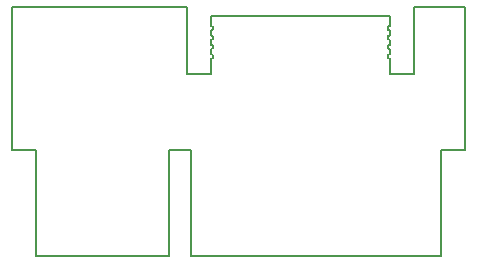
<source format=gbr>
%TF.GenerationSoftware,KiCad,Pcbnew,4.0.7*%
%TF.CreationDate,2018-05-24T10:46:57+03:00*%
%TF.ProjectId,x4,78342E6B696361645F70636200000000,rev?*%
%TF.FileFunction,Profile,NP*%
%FSLAX46Y46*%
G04 Gerber Fmt 4.6, Leading zero omitted, Abs format (unit mm)*
G04 Created by KiCad (PCBNEW 4.0.7) date 05/24/18 10:46:57*
%MOMM*%
%LPD*%
G01*
G04 APERTURE LIST*
%ADD10C,0.100000*%
%ADD11C,0.150000*%
G04 APERTURE END LIST*
D10*
D11*
X147450000Y-112400000D02*
X149450000Y-112400000D01*
X147450000Y-112400000D02*
X147450000Y-106720000D01*
X164610000Y-112400000D02*
X166610000Y-112400000D01*
X166610000Y-106720000D02*
X170930000Y-106720000D01*
X170930000Y-112400000D02*
X170930000Y-106720000D01*
X164610000Y-108300000D02*
X164610000Y-107500000D01*
X164610000Y-109100000D02*
X164610000Y-108700000D01*
X164610000Y-109900000D02*
X164610000Y-109500000D01*
X164610000Y-108300000D02*
G75*
G03X164610000Y-108700000I0J-200000D01*
G01*
X164610000Y-109100000D02*
G75*
G03X164610000Y-109500000I0J-200000D01*
G01*
X164610000Y-109900000D02*
G75*
G03X164610000Y-110300000I0J-200000D01*
G01*
X164610000Y-110700000D02*
X164610000Y-110300000D01*
X164610000Y-112400000D02*
X164610000Y-111100000D01*
X164610000Y-110700000D02*
G75*
G03X164610000Y-111100000I0J-200000D01*
G01*
X149450000Y-108700000D02*
G75*
G03X149450000Y-108300000I0J200000D01*
G01*
X149450000Y-109500000D02*
G75*
G03X149450000Y-109100000I0J200000D01*
G01*
X149450000Y-110300000D02*
G75*
G03X149450000Y-109900000I0J200000D01*
G01*
X149450000Y-108300000D02*
X149450000Y-107500000D01*
X149450000Y-109100000D02*
X149450000Y-108700000D01*
X149450000Y-109900000D02*
X149450000Y-109500000D01*
X149450000Y-110700000D02*
X149450000Y-110300000D01*
X149450000Y-112400000D02*
X149450000Y-111100000D01*
X149450000Y-111100000D02*
G75*
G03X149450000Y-110700000I0J200000D01*
G01*
X132630000Y-118770000D02*
X132630000Y-106720000D01*
X134630000Y-118770000D02*
X132630000Y-118770000D01*
X168930000Y-127770000D02*
X147730000Y-127770000D01*
X170930000Y-118770000D02*
X170930000Y-112400000D01*
X168930000Y-118770000D02*
X170930000Y-118770000D01*
X168930000Y-127770000D02*
X168930000Y-118770000D01*
X147450000Y-106720000D02*
X132630000Y-106720000D01*
X149450000Y-107500000D02*
X164610000Y-107500000D01*
X166610000Y-112400000D02*
X166610000Y-106720000D01*
X134630000Y-127770000D02*
X134630000Y-118770000D01*
X147730000Y-118770000D02*
X147730000Y-127770000D01*
X145930000Y-118770000D02*
X147730000Y-118770000D01*
X145930000Y-127770000D02*
X145930000Y-118770000D01*
X134630000Y-127770000D02*
X145930000Y-127770000D01*
M02*

</source>
